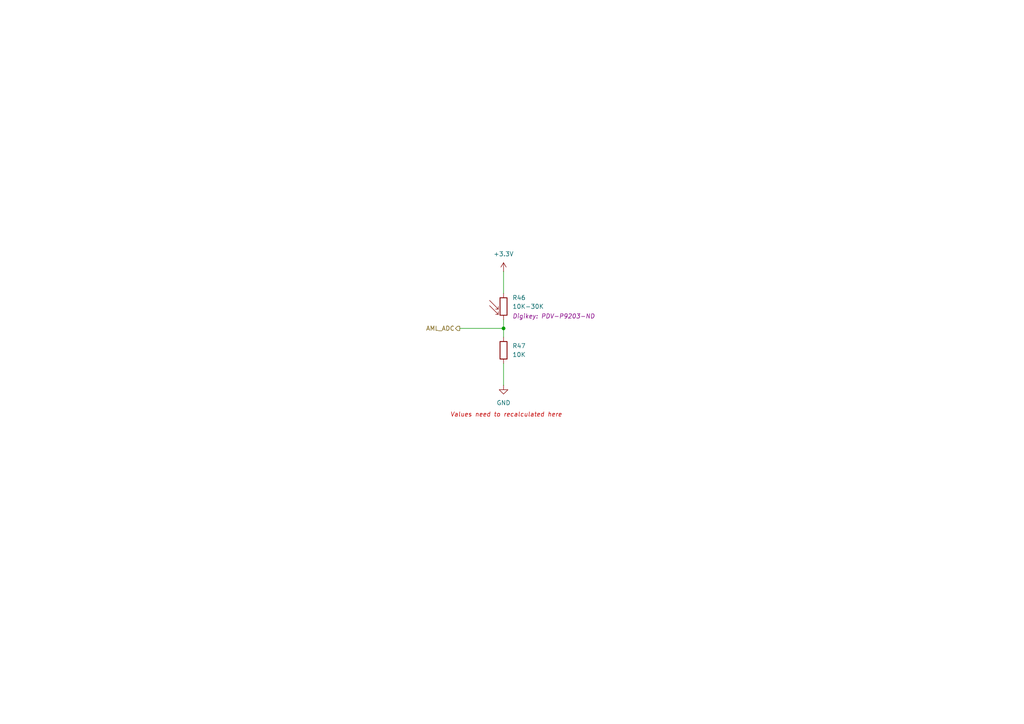
<source format=kicad_sch>
(kicad_sch (version 20250114) (generator "eeschema") (generator_version "9.0")
  (paper "A4")
  (title_block (title "Ambient light sensor") (date "2025-10-13") (rev "v0.0") (company "Rajath Katker") (comment 4 "Final verification pending"))
  (lib_symbols
    (symbol "Device:R" (pin_numbers (hide yes)) (pin_names (offset 0))
      (property "Reference" "R" (at 2.032 0 90))
      (property "Value" "R" (at 0 0 90))
      (symbol "R_0_1"
        (rectangle (start -1.016 -2.54) (end 1.016 2.54) (stroke (width 0.254)))
      )
      (symbol "R_1_1"
        (pin passive line (at 0 3.81 270) (length 1.27) (name "~") (number "1"))
        (pin passive line (at 0 -3.81 90) (length 1.27) (name "~") (number "2"))
      )
    )
    (symbol "Device:R_Photo" (pin_numbers (hide yes)) (pin_names (offset 0))
      (property "Reference" "R" (at 1.27 1.27 0))
      (property "Value" "R_Photo" (at 1.27 0 0))
      (symbol "R_Photo_0_1"
        (polyline (pts (xy -1.524 -0.762) (xy -4.064 1.778)))
        (polyline (pts (xy -1.524 -0.762) (xy -2.286 -0.762)))
        (polyline (pts (xy -1.524 -0.762) (xy -1.524 0)))
        (polyline (pts (xy -1.524 -2.286) (xy -4.064 0.254)))
        (polyline (pts (xy -1.524 -2.286) (xy -2.286 -2.286)))
        (polyline (pts (xy -1.524 -2.286) (xy -1.524 -1.524)))
        (rectangle (start -1.016 2.54) (end 1.016 -2.54) (stroke (width 0.254)))
      )
      (symbol "R_Photo_1_1"
        (pin passive line (at 0 3.81 270) (length 1.27) (name "~") (number "1"))
        (pin passive line (at 0 -3.81 90) (length 1.27) (name "~") (number "2"))
      )
    )
    (symbol "power:+3.3V" (power) (pin_numbers (hide yes)) (pin_names (offset 0) (hide yes))
      (property "Value" "+3.3V" (at 0 3.556 0))
      (symbol "+3.3V_0_1"
        (polyline (pts (xy -0.762 1.27) (xy 0 2.54)))
        (polyline (pts (xy 0 2.54) (xy 0.762 1.27)))
        (polyline (pts (xy 0 0) (xy 0 2.54)))
      )
      (symbol "+3.3V_1_1"
        (pin power_in line (at 0 0 90) (length 0) (name "~") (number "1"))
      )
    )
    (symbol "power:GND" (power) (pin_numbers (hide yes)) (pin_names (offset 0) (hide yes))
      (property "Value" "GND" (at 0 -3.81 0))
      (symbol "GND_0_1"
        (polyline (pts (xy 0 0) (xy 0 -1.27) (xy 1.27 -1.27) (xy 0 -2.54) (xy -1.27 -1.27) (xy 0 -1.27)))
      )
      (symbol "GND_1_1"
        (pin power_in line (at 0 0 270) (length 0) (name "~") (number "1"))
      )
    )
  )
  (text "Values need to recalculated here" (at 146.812 120.396 0) (effects (font (size 1.27 1.27) (italic yes))))
  (junction (at 146.05 95.25))
  (wire (pts (xy 146.05 78.74) (xy 146.05 85.09)))
  (wire (pts (xy 133.35 95.25) (xy 146.05 95.25)))
  (wire (pts (xy 146.05 92.71) (xy 146.05 95.25)))
  (wire (pts (xy 146.05 95.25) (xy 146.05 97.79)))
  (wire (pts (xy 146.05 105.41) (xy 146.05 111.76)))
  (hierarchical_label "AML_ADC" (shape output) (at 133.35 95.25 180))
  (symbol (lib_id "Device:R") (at 146.05 101.6 0) (unit 1)
    (property "Reference" "R47" (at 148.59 100.3299 0) (effects (justify left)))
    (property "Value" "10K" (at 148.59 102.8699 0) (effects (justify left)))
    (property "Description" "Resistor" (effects (hide yes)))
  )
  (symbol (lib_id "Device:R_Photo") (at 146.05 88.9 0) (unit 1)
    (property "Reference" "R46" (at 148.59 86.36 0) (effects (justify left)))
    (property "Value" "10K-30K" (at 148.59 88.9 0) (effects (justify left)))
    (property "Datasheet" "https://www.advancedphotonix.com/wp-content/uploads/2015/07/DS-PDV-P9203.pdf" (effects (hide yes)))
    (property "Description" "Photoresistor" (effects (hide yes)))
    (property "Digikey" "PDV-P9203-ND" (at 148.59 91.6941 0) (show_name yes) (effects (font (italic yes)) (justify left)))
  )
  (symbol (lib_id "power:GND") (at 146.05 111.76 0) (unit 1)
    (property "Reference" "#PWR033" (effects (hide yes)))
    (property "Value" "GND" (at 146.05 116.84 0))
    (property "Description" "Power symbol creates a global label with name \"GND\" , ground" (effects (hide yes)))
  )
  (symbol (lib_id "power:+3.3V") (at 146.05 78.74 0) (unit 1)
    (property "Reference" "#PWR08" (effects (hide yes)))
    (property "Value" "+3.3V" (at 146.05 73.66 0))
    (property "Description" "Power symbol creates a global label with name \"+3.3V\"" (effects (hide yes)))
  )
)
</source>
